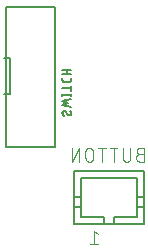
<source format=gbr>
G04 EAGLE Gerber RS-274X export*
G75*
%MOMM*%
%FSLAX34Y34*%
%LPD*%
%INSilkscreen Bottom*%
%IPPOS*%
%AMOC8*
5,1,8,0,0,1.08239X$1,22.5*%
G01*
%ADD10C,0.152400*%
%ADD11C,0.127000*%
%ADD12C,0.101600*%


D10*
X84125Y672440D02*
X84125Y564511D01*
X125810Y564511D01*
X125810Y683543D01*
X83972Y683543D01*
X83972Y671728D01*
X82950Y639840D02*
X87950Y639840D01*
X87950Y609840D01*
X82950Y609840D01*
D11*
X132104Y593947D02*
X132106Y594026D01*
X132112Y594105D01*
X132121Y594183D01*
X132135Y594261D01*
X132152Y594337D01*
X132173Y594414D01*
X132198Y594488D01*
X132226Y594562D01*
X132258Y594634D01*
X132294Y594705D01*
X132333Y594773D01*
X132375Y594840D01*
X132420Y594904D01*
X132469Y594966D01*
X132520Y595026D01*
X132575Y595083D01*
X132632Y595138D01*
X132692Y595189D01*
X132754Y595238D01*
X132818Y595283D01*
X132885Y595325D01*
X132953Y595364D01*
X133024Y595400D01*
X133096Y595432D01*
X133170Y595460D01*
X133245Y595485D01*
X133321Y595506D01*
X133397Y595523D01*
X133475Y595537D01*
X133553Y595546D01*
X133632Y595552D01*
X133711Y595554D01*
X132104Y593947D02*
X132106Y593835D01*
X132111Y593724D01*
X132121Y593613D01*
X132133Y593502D01*
X132150Y593391D01*
X132170Y593281D01*
X132194Y593172D01*
X132221Y593064D01*
X132252Y592957D01*
X132286Y592850D01*
X132324Y592745D01*
X132365Y592642D01*
X132410Y592539D01*
X132458Y592438D01*
X132509Y592339D01*
X132563Y592242D01*
X132621Y592146D01*
X132682Y592053D01*
X132746Y591961D01*
X132813Y591871D01*
X132882Y591784D01*
X132955Y591699D01*
X133030Y591617D01*
X133108Y591537D01*
X137728Y591738D02*
X137807Y591740D01*
X137886Y591746D01*
X137964Y591755D01*
X138042Y591769D01*
X138118Y591786D01*
X138194Y591807D01*
X138269Y591832D01*
X138343Y591860D01*
X138415Y591892D01*
X138486Y591928D01*
X138554Y591967D01*
X138621Y592009D01*
X138685Y592054D01*
X138747Y592103D01*
X138807Y592154D01*
X138864Y592209D01*
X138919Y592266D01*
X138970Y592326D01*
X139019Y592388D01*
X139064Y592452D01*
X139106Y592519D01*
X139145Y592587D01*
X139181Y592658D01*
X139213Y592730D01*
X139241Y592804D01*
X139266Y592879D01*
X139287Y592955D01*
X139304Y593031D01*
X139318Y593109D01*
X139327Y593187D01*
X139333Y593266D01*
X139335Y593345D01*
X139333Y593453D01*
X139327Y593560D01*
X139318Y593668D01*
X139304Y593774D01*
X139287Y593881D01*
X139266Y593986D01*
X139241Y594091D01*
X139213Y594195D01*
X139180Y594298D01*
X139145Y594399D01*
X139105Y594500D01*
X139062Y594598D01*
X139015Y594695D01*
X138965Y594791D01*
X138912Y594884D01*
X138855Y594976D01*
X138795Y595065D01*
X138732Y595153D01*
X136322Y592541D02*
X136365Y592473D01*
X136411Y592407D01*
X136460Y592343D01*
X136512Y592281D01*
X136567Y592223D01*
X136626Y592167D01*
X136686Y592114D01*
X136750Y592064D01*
X136816Y592017D01*
X136884Y591973D01*
X136954Y591933D01*
X137026Y591897D01*
X137099Y591864D01*
X137174Y591835D01*
X137251Y591809D01*
X137329Y591788D01*
X137407Y591770D01*
X137487Y591756D01*
X137567Y591746D01*
X137647Y591740D01*
X137728Y591738D01*
X135117Y594751D02*
X135074Y594819D01*
X135028Y594885D01*
X134979Y594949D01*
X134927Y595011D01*
X134872Y595069D01*
X134813Y595125D01*
X134753Y595178D01*
X134689Y595228D01*
X134623Y595275D01*
X134555Y595319D01*
X134485Y595359D01*
X134413Y595395D01*
X134340Y595428D01*
X134265Y595457D01*
X134188Y595483D01*
X134110Y595504D01*
X134032Y595522D01*
X133952Y595536D01*
X133872Y595546D01*
X133792Y595552D01*
X133711Y595554D01*
X135117Y594751D02*
X136322Y592542D01*
X139334Y598747D02*
X132104Y600354D01*
X136924Y601961D01*
X132104Y603567D01*
X139334Y605174D01*
X139334Y609101D02*
X132104Y609101D01*
X132104Y609904D02*
X132104Y608297D01*
X139334Y608297D02*
X139334Y609904D01*
X139334Y614711D02*
X132104Y614711D01*
X139334Y612702D02*
X139334Y616719D01*
X132104Y621417D02*
X132104Y623024D01*
X132104Y621417D02*
X132106Y621338D01*
X132112Y621259D01*
X132121Y621181D01*
X132135Y621103D01*
X132152Y621027D01*
X132173Y620951D01*
X132198Y620876D01*
X132226Y620802D01*
X132258Y620730D01*
X132294Y620659D01*
X132333Y620591D01*
X132375Y620524D01*
X132420Y620460D01*
X132469Y620398D01*
X132520Y620338D01*
X132575Y620281D01*
X132632Y620226D01*
X132692Y620175D01*
X132754Y620126D01*
X132818Y620081D01*
X132885Y620039D01*
X132953Y620000D01*
X133024Y619964D01*
X133096Y619932D01*
X133170Y619904D01*
X133245Y619879D01*
X133321Y619858D01*
X133397Y619841D01*
X133475Y619827D01*
X133553Y619818D01*
X133632Y619812D01*
X133711Y619810D01*
X133711Y619811D02*
X137728Y619811D01*
X137728Y619810D02*
X137807Y619812D01*
X137886Y619818D01*
X137964Y619827D01*
X138042Y619841D01*
X138118Y619858D01*
X138194Y619879D01*
X138269Y619904D01*
X138343Y619932D01*
X138415Y619964D01*
X138486Y620000D01*
X138554Y620039D01*
X138621Y620081D01*
X138685Y620126D01*
X138747Y620175D01*
X138807Y620226D01*
X138864Y620281D01*
X138919Y620338D01*
X138970Y620398D01*
X139019Y620460D01*
X139064Y620524D01*
X139106Y620591D01*
X139145Y620659D01*
X139181Y620730D01*
X139213Y620802D01*
X139241Y620876D01*
X139266Y620950D01*
X139287Y621027D01*
X139304Y621103D01*
X139318Y621181D01*
X139327Y621259D01*
X139333Y621338D01*
X139335Y621417D01*
X139334Y621417D02*
X139334Y623024D01*
X139334Y626472D02*
X132104Y626472D01*
X136121Y626472D02*
X136121Y630489D01*
X139334Y630489D02*
X132104Y630489D01*
X175450Y499890D02*
X200950Y499890D01*
X175450Y499890D02*
X167450Y499890D01*
X141950Y499890D01*
X141950Y544890D02*
X200950Y544890D01*
X141950Y544890D02*
X141950Y522890D01*
X141950Y513890D01*
X141950Y499890D01*
X200950Y522890D02*
X200950Y544890D01*
X200950Y522890D02*
X200950Y513890D01*
X200950Y499890D01*
X194950Y538890D02*
X147950Y538890D01*
X194950Y538890D02*
X194950Y522890D01*
X194950Y513890D01*
X194950Y505890D01*
X175450Y505890D01*
X147950Y522890D02*
X147950Y538890D01*
X147950Y522890D02*
X147950Y513890D01*
X147950Y505890D01*
X194950Y513890D02*
X200950Y513890D01*
X200950Y522890D02*
X194950Y522890D01*
X147950Y522890D02*
X141950Y522890D01*
X141950Y513890D02*
X147950Y513890D01*
X147950Y505890D02*
X167450Y505890D01*
X167450Y499890D01*
X175450Y499890D02*
X175450Y505890D01*
D12*
X161941Y491487D02*
X158695Y494083D01*
X158695Y482399D01*
X155450Y482399D02*
X161941Y482399D01*
X197696Y558890D02*
X200942Y558890D01*
X197696Y558891D02*
X197583Y558889D01*
X197470Y558883D01*
X197357Y558873D01*
X197244Y558859D01*
X197132Y558842D01*
X197021Y558820D01*
X196911Y558795D01*
X196801Y558765D01*
X196693Y558732D01*
X196586Y558695D01*
X196480Y558655D01*
X196376Y558610D01*
X196273Y558562D01*
X196172Y558511D01*
X196073Y558456D01*
X195976Y558398D01*
X195881Y558336D01*
X195788Y558271D01*
X195698Y558203D01*
X195610Y558132D01*
X195524Y558057D01*
X195441Y557980D01*
X195361Y557900D01*
X195284Y557817D01*
X195209Y557731D01*
X195138Y557643D01*
X195070Y557553D01*
X195005Y557460D01*
X194943Y557365D01*
X194885Y557268D01*
X194830Y557169D01*
X194779Y557068D01*
X194731Y556965D01*
X194686Y556861D01*
X194646Y556755D01*
X194609Y556648D01*
X194576Y556540D01*
X194546Y556430D01*
X194521Y556320D01*
X194499Y556209D01*
X194482Y556097D01*
X194468Y555984D01*
X194458Y555871D01*
X194452Y555758D01*
X194450Y555645D01*
X194452Y555532D01*
X194458Y555419D01*
X194468Y555306D01*
X194482Y555193D01*
X194499Y555081D01*
X194521Y554970D01*
X194546Y554860D01*
X194576Y554750D01*
X194609Y554642D01*
X194646Y554535D01*
X194686Y554429D01*
X194731Y554325D01*
X194779Y554222D01*
X194830Y554121D01*
X194885Y554022D01*
X194943Y553925D01*
X195005Y553830D01*
X195070Y553737D01*
X195138Y553647D01*
X195209Y553559D01*
X195284Y553473D01*
X195361Y553390D01*
X195441Y553310D01*
X195524Y553233D01*
X195610Y553158D01*
X195698Y553087D01*
X195788Y553019D01*
X195881Y552954D01*
X195976Y552892D01*
X196073Y552834D01*
X196172Y552779D01*
X196273Y552728D01*
X196376Y552680D01*
X196480Y552635D01*
X196586Y552595D01*
X196693Y552558D01*
X196801Y552525D01*
X196911Y552495D01*
X197021Y552470D01*
X197132Y552448D01*
X197244Y552431D01*
X197357Y552417D01*
X197470Y552407D01*
X197583Y552401D01*
X197696Y552399D01*
X200942Y552399D01*
X200942Y564083D01*
X197696Y564083D01*
X197595Y564081D01*
X197495Y564075D01*
X197395Y564065D01*
X197295Y564052D01*
X197196Y564034D01*
X197097Y564013D01*
X197000Y563988D01*
X196903Y563959D01*
X196808Y563926D01*
X196714Y563890D01*
X196622Y563850D01*
X196531Y563807D01*
X196442Y563760D01*
X196355Y563710D01*
X196269Y563656D01*
X196186Y563599D01*
X196106Y563539D01*
X196027Y563476D01*
X195951Y563409D01*
X195878Y563340D01*
X195808Y563268D01*
X195740Y563194D01*
X195675Y563117D01*
X195614Y563037D01*
X195555Y562955D01*
X195500Y562871D01*
X195448Y562785D01*
X195399Y562697D01*
X195354Y562607D01*
X195312Y562515D01*
X195274Y562422D01*
X195240Y562327D01*
X195209Y562232D01*
X195182Y562135D01*
X195159Y562037D01*
X195139Y561938D01*
X195124Y561838D01*
X195112Y561738D01*
X195104Y561638D01*
X195100Y561537D01*
X195100Y561437D01*
X195104Y561336D01*
X195112Y561236D01*
X195124Y561136D01*
X195139Y561036D01*
X195159Y560937D01*
X195182Y560839D01*
X195209Y560742D01*
X195240Y560647D01*
X195274Y560552D01*
X195312Y560459D01*
X195354Y560367D01*
X195399Y560277D01*
X195448Y560189D01*
X195500Y560103D01*
X195555Y560019D01*
X195614Y559937D01*
X195675Y559857D01*
X195740Y559780D01*
X195808Y559706D01*
X195878Y559634D01*
X195951Y559565D01*
X196027Y559498D01*
X196106Y559435D01*
X196186Y559375D01*
X196269Y559318D01*
X196355Y559264D01*
X196442Y559214D01*
X196531Y559167D01*
X196622Y559124D01*
X196714Y559084D01*
X196808Y559048D01*
X196903Y559015D01*
X197000Y558986D01*
X197097Y558961D01*
X197196Y558940D01*
X197295Y558922D01*
X197395Y558909D01*
X197495Y558899D01*
X197595Y558893D01*
X197696Y558891D01*
X189681Y555645D02*
X189681Y564083D01*
X189682Y555645D02*
X189680Y555532D01*
X189674Y555419D01*
X189664Y555306D01*
X189650Y555193D01*
X189633Y555081D01*
X189611Y554970D01*
X189586Y554860D01*
X189556Y554750D01*
X189523Y554642D01*
X189486Y554535D01*
X189446Y554429D01*
X189401Y554325D01*
X189353Y554222D01*
X189302Y554121D01*
X189247Y554022D01*
X189189Y553925D01*
X189127Y553830D01*
X189062Y553737D01*
X188994Y553647D01*
X188923Y553559D01*
X188848Y553473D01*
X188771Y553390D01*
X188691Y553310D01*
X188608Y553233D01*
X188522Y553158D01*
X188434Y553087D01*
X188344Y553019D01*
X188251Y552954D01*
X188156Y552892D01*
X188059Y552834D01*
X187960Y552779D01*
X187859Y552728D01*
X187756Y552680D01*
X187652Y552635D01*
X187546Y552595D01*
X187439Y552558D01*
X187331Y552525D01*
X187221Y552495D01*
X187111Y552470D01*
X187000Y552448D01*
X186888Y552431D01*
X186775Y552417D01*
X186662Y552407D01*
X186549Y552401D01*
X186436Y552399D01*
X186323Y552401D01*
X186210Y552407D01*
X186097Y552417D01*
X185984Y552431D01*
X185872Y552448D01*
X185761Y552470D01*
X185651Y552495D01*
X185541Y552525D01*
X185433Y552558D01*
X185326Y552595D01*
X185220Y552635D01*
X185116Y552680D01*
X185013Y552728D01*
X184912Y552779D01*
X184813Y552834D01*
X184716Y552892D01*
X184621Y552954D01*
X184528Y553019D01*
X184438Y553087D01*
X184350Y553158D01*
X184264Y553233D01*
X184181Y553310D01*
X184101Y553390D01*
X184024Y553473D01*
X183949Y553559D01*
X183878Y553647D01*
X183810Y553737D01*
X183745Y553830D01*
X183683Y553925D01*
X183625Y554022D01*
X183570Y554121D01*
X183519Y554222D01*
X183471Y554325D01*
X183426Y554429D01*
X183386Y554535D01*
X183349Y554642D01*
X183316Y554750D01*
X183286Y554860D01*
X183261Y554970D01*
X183239Y555081D01*
X183222Y555193D01*
X183208Y555306D01*
X183198Y555419D01*
X183192Y555532D01*
X183190Y555645D01*
X183190Y564083D01*
X175387Y564083D02*
X175387Y552399D01*
X178632Y564083D02*
X172141Y564083D01*
X165481Y564083D02*
X165481Y552399D01*
X168726Y564083D02*
X162235Y564083D01*
X158058Y560837D02*
X158058Y555645D01*
X158059Y560837D02*
X158057Y560950D01*
X158051Y561063D01*
X158041Y561176D01*
X158027Y561289D01*
X158010Y561401D01*
X157988Y561512D01*
X157963Y561622D01*
X157933Y561732D01*
X157900Y561840D01*
X157863Y561947D01*
X157823Y562053D01*
X157778Y562157D01*
X157730Y562260D01*
X157679Y562361D01*
X157624Y562460D01*
X157566Y562557D01*
X157504Y562652D01*
X157439Y562745D01*
X157371Y562835D01*
X157300Y562923D01*
X157225Y563009D01*
X157148Y563092D01*
X157068Y563172D01*
X156985Y563249D01*
X156899Y563324D01*
X156811Y563395D01*
X156721Y563463D01*
X156628Y563528D01*
X156533Y563590D01*
X156436Y563648D01*
X156337Y563703D01*
X156236Y563754D01*
X156133Y563802D01*
X156029Y563847D01*
X155923Y563887D01*
X155816Y563924D01*
X155708Y563957D01*
X155598Y563987D01*
X155488Y564012D01*
X155377Y564034D01*
X155265Y564051D01*
X155152Y564065D01*
X155039Y564075D01*
X154926Y564081D01*
X154813Y564083D01*
X154700Y564081D01*
X154587Y564075D01*
X154474Y564065D01*
X154361Y564051D01*
X154249Y564034D01*
X154138Y564012D01*
X154028Y563987D01*
X153918Y563957D01*
X153810Y563924D01*
X153703Y563887D01*
X153597Y563847D01*
X153493Y563802D01*
X153390Y563754D01*
X153289Y563703D01*
X153190Y563648D01*
X153093Y563590D01*
X152998Y563528D01*
X152905Y563463D01*
X152815Y563395D01*
X152727Y563324D01*
X152641Y563249D01*
X152558Y563172D01*
X152478Y563092D01*
X152401Y563009D01*
X152326Y562923D01*
X152255Y562835D01*
X152187Y562745D01*
X152122Y562652D01*
X152060Y562557D01*
X152002Y562460D01*
X151947Y562361D01*
X151896Y562260D01*
X151848Y562157D01*
X151803Y562053D01*
X151763Y561947D01*
X151726Y561840D01*
X151693Y561732D01*
X151663Y561622D01*
X151638Y561512D01*
X151616Y561401D01*
X151599Y561289D01*
X151585Y561176D01*
X151575Y561063D01*
X151569Y560950D01*
X151567Y560837D01*
X151567Y555645D01*
X151569Y555532D01*
X151575Y555419D01*
X151585Y555306D01*
X151599Y555193D01*
X151616Y555081D01*
X151638Y554970D01*
X151663Y554860D01*
X151693Y554750D01*
X151726Y554642D01*
X151763Y554535D01*
X151803Y554429D01*
X151848Y554325D01*
X151896Y554222D01*
X151947Y554121D01*
X152002Y554022D01*
X152060Y553925D01*
X152122Y553830D01*
X152187Y553737D01*
X152255Y553647D01*
X152326Y553559D01*
X152401Y553473D01*
X152478Y553390D01*
X152558Y553310D01*
X152641Y553233D01*
X152727Y553158D01*
X152815Y553087D01*
X152905Y553019D01*
X152998Y552954D01*
X153093Y552892D01*
X153190Y552834D01*
X153289Y552779D01*
X153390Y552728D01*
X153493Y552680D01*
X153597Y552635D01*
X153703Y552595D01*
X153810Y552558D01*
X153918Y552525D01*
X154028Y552495D01*
X154138Y552470D01*
X154249Y552448D01*
X154361Y552431D01*
X154474Y552417D01*
X154587Y552407D01*
X154700Y552401D01*
X154813Y552399D01*
X154926Y552401D01*
X155039Y552407D01*
X155152Y552417D01*
X155265Y552431D01*
X155377Y552448D01*
X155488Y552470D01*
X155598Y552495D01*
X155708Y552525D01*
X155816Y552558D01*
X155923Y552595D01*
X156029Y552635D01*
X156133Y552680D01*
X156236Y552728D01*
X156337Y552779D01*
X156436Y552834D01*
X156533Y552892D01*
X156628Y552954D01*
X156721Y553019D01*
X156811Y553087D01*
X156899Y553158D01*
X156985Y553233D01*
X157068Y553310D01*
X157148Y553390D01*
X157225Y553473D01*
X157300Y553559D01*
X157371Y553647D01*
X157439Y553737D01*
X157504Y553830D01*
X157566Y553925D01*
X157624Y554022D01*
X157679Y554121D01*
X157730Y554222D01*
X157778Y554325D01*
X157823Y554429D01*
X157863Y554535D01*
X157900Y554642D01*
X157933Y554750D01*
X157963Y554860D01*
X157988Y554970D01*
X158010Y555081D01*
X158027Y555193D01*
X158041Y555306D01*
X158051Y555419D01*
X158057Y555532D01*
X158059Y555645D01*
X146248Y552399D02*
X146248Y564083D01*
X139756Y552399D01*
X139756Y564083D01*
M02*

</source>
